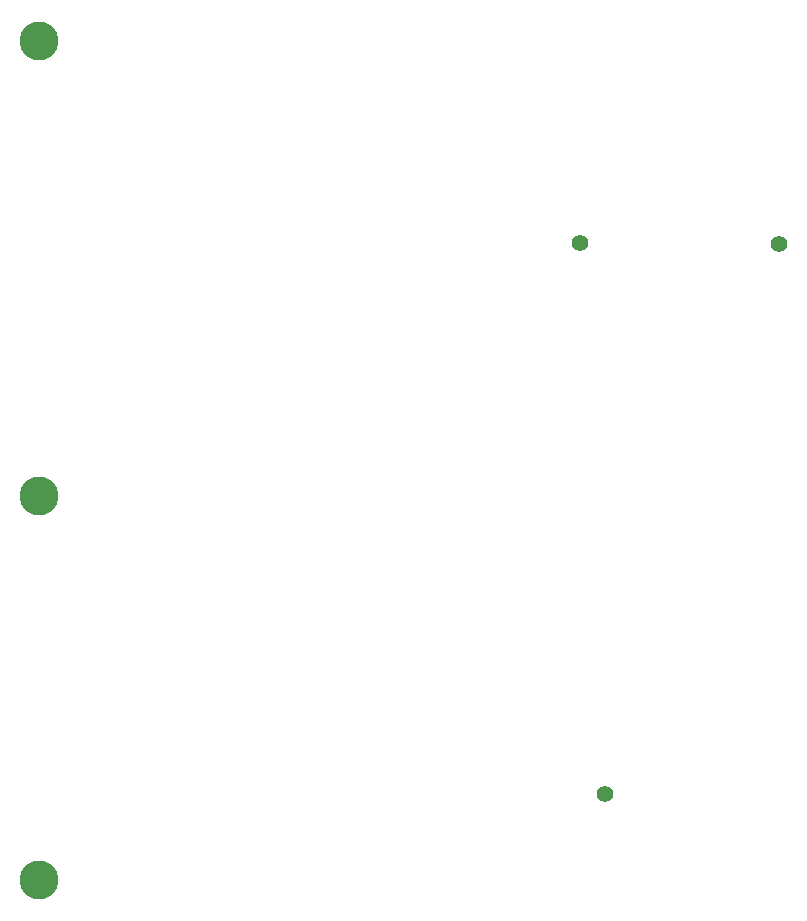
<source format=gbr>
%TF.GenerationSoftware,Altium Limited,Altium Designer,19.0.10 (269)*%
G04 Layer_Color=0*
%FSLAX26Y26*%
%MOIN*%
%TF.FileFunction,NonPlated,1,2,NPTH,Drill*%
%TF.Part,Single*%
G01*
G75*
%TA.AperFunction,ComponentDrill*%
%ADD59C,0.129921*%
%ADD60C,0.055118*%
D59*
X150000Y704724D02*
D03*
Y1984252D02*
D03*
Y3500000D02*
D03*
D60*
X2619065Y2823528D02*
D03*
X1953410Y2826465D02*
D03*
X2037520Y990535D02*
D03*
%TF.MD5,3c19deac26038370c804b38b70f921b1*%
M02*

</source>
